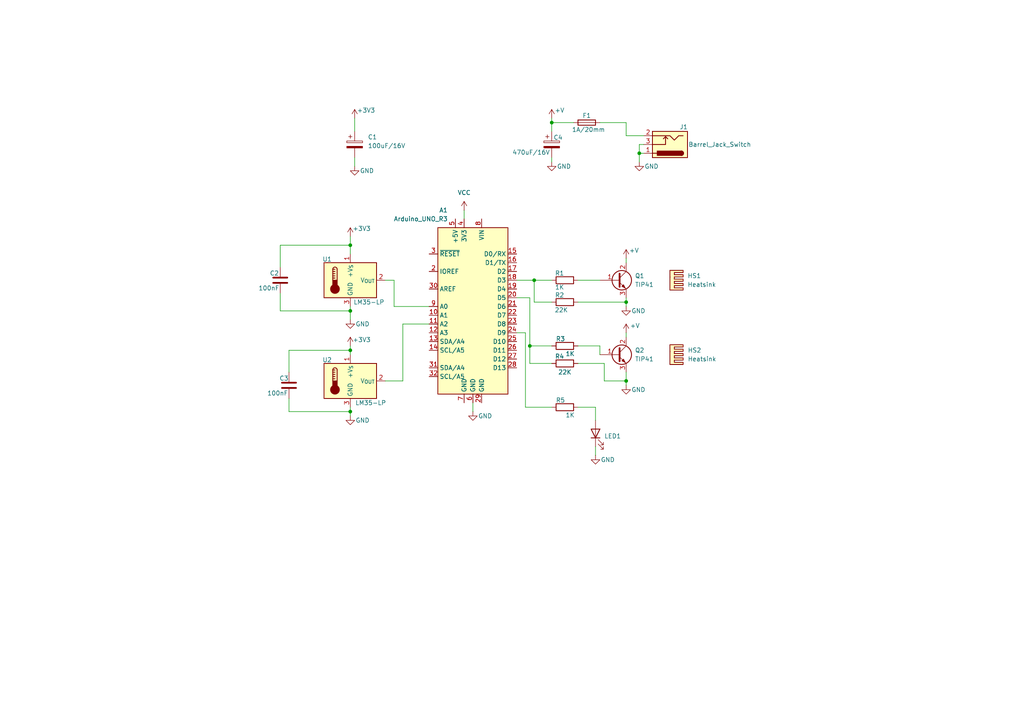
<source format=kicad_sch>
(kicad_sch (version 20231120) (generator "eeschema") (generator_version "8.0")
  (paper "A4")
  (lib_symbols
    (symbol "Connector:Barrel_Jack_Switch" (pin_names hide)
      (property "Reference" "J" (at 0 5.334 0))
      (property "Value" "Barrel_Jack_Switch" (at 0 -5.08 0))
      (symbol "Barrel_Jack_Switch_0_1"
        (rectangle (start -5.08 3.81) (end 5.08 -3.81) (stroke (width 0.254)) (fill (type background)))
        (arc (start -3.302 3.175) (mid -3.9343 2.54) (end -3.302 1.905) (stroke (width 0.254)))
        (arc (start -3.302 3.175) (mid -3.9343 2.54) (end -3.302 1.905) (stroke (width 0.254)) (fill (type outline)))
        (polyline (pts (xy 1.27 -2.286) (xy 1.905 -1.651)) (stroke (width 0.254)))
        (polyline (pts (xy 5.08 2.54) (xy 3.81 2.54)) (stroke (width 0.254)))
        (polyline (pts (xy 5.08 0) (xy 1.27 0) (xy 1.27 -2.286) (xy 0.635 -1.651)) (stroke (width 0.254)))
        (polyline (pts (xy -3.81 -2.54) (xy -2.54 -2.54) (xy -1.27 -1.27) (xy 0 -2.54) (xy 2.54 -2.54) (xy 5.08 -2.54)) (stroke (width 0.254)))
        (rectangle (start 3.683 3.175) (end -3.302 1.905) (stroke (width 0.254)) (fill (type outline)))
      )
      (symbol "Barrel_Jack_Switch_1_1"
        (pin passive line (at 7.62 2.54 180) (length 2.54) (name "~") (number "1"))
        (pin passive line (at 7.62 -2.54 180) (length 2.54) (name "~") (number "2"))
        (pin passive line (at 7.62 0 180) (length 2.54) (name "~") (number "3"))
      )
    )
    (symbol "Device:C" (pin_numbers hide) (pin_names (offset 0.254))
      (property "Reference" "C" (at 0.635 2.54 0))
      (property "Value" "C" (at 0.635 -2.54 0))
      (symbol "C_0_1"
        (polyline (pts (xy -2.032 -0.762) (xy 2.032 -0.762)) (stroke (width 0.508)))
        (polyline (pts (xy -2.032 0.762) (xy 2.032 0.762)) (stroke (width 0.508)))
      )
      (symbol "C_1_1"
        (pin passive line (at 0 3.81 270) (length 2.794) (name "~") (number "1"))
        (pin passive line (at 0 -3.81 90) (length 2.794) (name "~") (number "2"))
      )
    )
    (symbol "Device:C_Polarized" (pin_numbers hide) (pin_names (offset 0.254))
      (property "Reference" "C" (at 0.635 2.54 0))
      (property "Value" "C_Polarized" (at 0.635 -2.54 0))
      (symbol "C_Polarized_0_1"
        (rectangle (start -2.286 0.508) (end 2.286 1.016))
        (polyline (pts (xy -1.778 2.286) (xy -0.762 2.286)))
        (polyline (pts (xy -1.27 2.794) (xy -1.27 1.778)))
        (rectangle (start 2.286 -0.508) (end -2.286 -1.016) (fill (type outline)))
      )
      (symbol "C_Polarized_1_1"
        (pin passive line (at 0 3.81 270) (length 2.794) (name "~") (number "1"))
        (pin passive line (at 0 -3.81 90) (length 2.794) (name "~") (number "2"))
      )
    )
    (symbol "Device:Fuse" (pin_numbers hide) (pin_names (offset 0))
      (property "Reference" "F" (at 2.032 0 90))
      (property "Value" "Fuse" (at -1.905 0 90))
      (symbol "Fuse_0_1"
        (rectangle (start -0.762 -2.54) (end 0.762 2.54) (stroke (width 0.254)))
        (polyline (pts (xy 0 2.54) (xy 0 -2.54)))
      )
      (symbol "Fuse_1_1"
        (pin passive line (at 0 3.81 270) (length 1.27) (name "~") (number "1"))
        (pin passive line (at 0 -3.81 90) (length 1.27) (name "~") (number "2"))
      )
    )
    (symbol "Device:LED" (pin_numbers hide) (pin_names (offset 1.016) hide)
      (property "Reference" "D" (at 0 2.54 0))
      (property "Value" "LED" (at 0 -2.54 0))
      (symbol "LED_0_1"
        (polyline (pts (xy -1.27 -1.27) (xy -1.27 1.27)) (stroke (width 0.254)))
        (polyline (pts (xy -1.27 0) (xy 1.27 0)))
        (polyline (pts (xy 1.27 -1.27) (xy 1.27 1.27) (xy -1.27 0) (xy 1.27 -1.27)) (stroke (width 0.254)))
        (polyline (pts (xy -3.048 -0.762) (xy -4.572 -2.286) (xy -3.81 -2.286) (xy -4.572 -2.286) (xy -4.572 -1.524)))
        (polyline (pts (xy -1.778 -0.762) (xy -3.302 -2.286) (xy -2.54 -2.286) (xy -3.302 -2.286) (xy -3.302 -1.524)))
      )
      (symbol "LED_1_1"
        (pin passive line (at -3.81 0 0) (length 2.54) (name "K") (number "1"))
        (pin passive line (at 3.81 0 180) (length 2.54) (name "A") (number "2"))
      )
    )
    (symbol "Device:R" (pin_numbers hide) (pin_names (offset 0))
      (property "Reference" "R" (at 2.032 0 90))
      (property "Value" "R" (at 0 0 90))
      (symbol "R_0_1"
        (rectangle (start -1.016 -2.54) (end 1.016 2.54) (stroke (width 0.254)))
      )
      (symbol "R_1_1"
        (pin passive line (at 0 3.81 270) (length 1.27) (name "~") (number "1"))
        (pin passive line (at 0 -3.81 90) (length 1.27) (name "~") (number "2"))
      )
    )
    (symbol "MCU_Module:Arduino_UNO_R3"
      (property "Reference" "A" (at -10.16 23.495 0))
      (property "Value" "Arduino_UNO_R3" (at 5.08 -26.67 0))
      (symbol "Arduino_UNO_R3_0_1"
        (rectangle (start -10.16 22.86) (end 10.16 -25.4) (stroke (width 0.254)) (fill (type background)))
      )
      (symbol "Arduino_UNO_R3_1_1"
        (pin no_connect line (at -10.16 -20.32 0) (length 2.54) hide (name "NC") (number "1"))
        (pin bidirectional line (at 12.7 -2.54 180) (length 2.54) (name "A1") (number "10"))
        (pin bidirectional line (at 12.7 -5.08 180) (length 2.54) (name "A2") (number "11"))
        (pin bidirectional line (at 12.7 -7.62 180) (length 2.54) (name "A3") (number "12"))
        (pin bidirectional line (at 12.7 -10.16 180) (length 2.54) (name "SDA/A4") (number "13"))
        (pin bidirectional line (at 12.7 -12.7 180) (length 2.54) (name "SCL/A5") (number "14"))
        (pin bidirectional line (at -12.7 15.24 0) (length 2.54) (name "D0/RX") (number "15"))
        (pin bidirectional line (at -12.7 12.7 0) (length 2.54) (name "D1/TX") (number "16"))
        (pin bidirectional line (at -12.7 10.16 0) (length 2.54) (name "D2") (number "17"))
        (pin bidirectional line (at -12.7 7.62 0) (length 2.54) (name "D3") (number "18"))
        (pin bidirectional line (at -12.7 5.08 0) (length 2.54) (name "D4") (number "19"))
        (pin output line (at 12.7 10.16 180) (length 2.54) (name "IOREF") (number "2"))
        (pin bidirectional line (at -12.7 2.54 0) (length 2.54) (name "D5") (number "20"))
        (pin bidirectional line (at -12.7 0 0) (length 2.54) (name "D6") (number "21"))
        (pin bidirectional line (at -12.7 -2.54 0) (length 2.54) (name "D7") (number "22"))
        (pin bidirectional line (at -12.7 -5.08 0) (length 2.54) (name "D8") (number "23"))
        (pin bidirectional line (at -12.7 -7.62 0) (length 2.54) (name "D9") (number "24"))
        (pin bidirectional line (at -12.7 -10.16 0) (length 2.54) (name "D10") (number "25"))
        (pin bidirectional line (at -12.7 -12.7 0) (length 2.54) (name "D11") (number "26"))
        (pin bidirectional line (at -12.7 -15.24 0) (length 2.54) (name "D12") (number "27"))
        (pin bidirectional line (at -12.7 -17.78 0) (length 2.54) (name "D13") (number "28"))
        (pin power_in line (at -2.54 -27.94 90) (length 2.54) (name "GND") (number "29"))
        (pin input line (at 12.7 15.24 180) (length 2.54) (name "~{RESET}") (number "3"))
        (pin input line (at 12.7 5.08 180) (length 2.54) (name "AREF") (number "30"))
        (pin bidirectional line (at 12.7 -17.78 180) (length 2.54) (name "SDA/A4") (number "31"))
        (pin bidirectional line (at 12.7 -20.32 180) (length 2.54) (name "SCL/A5") (number "32"))
        (pin power_out line (at 2.54 25.4 270) (length 2.54) (name "3V3") (number "4"))
        (pin power_out line (at 5.08 25.4 270) (length 2.54) (name "+5V") (number "5"))
        (pin power_in line (at 0 -27.94 90) (length 2.54) (name "GND") (number "6"))
        (pin power_in line (at 2.54 -27.94 90) (length 2.54) (name "GND") (number "7"))
        (pin power_in line (at -2.54 25.4 270) (length 2.54) (name "VIN") (number "8"))
        (pin bidirectional line (at 12.7 0 180) (length 2.54) (name "A0") (number "9"))
      )
    )
    (symbol "Mechanical:Heatsink" (pin_names (offset 1.016)) (exclude_from_sim yes)
      (property "Reference" "HS" (at 0 5.08 0))
      (property "Value" "Heatsink" (at 0 -1.27 0))
      (symbol "Heatsink_0_1"
        (polyline (pts (xy -0.3302 1.27) (xy -0.9652 1.27) (xy -0.9652 3.81) (xy -1.6002 3.81) (xy -1.6002 1.27) (xy -2.2352 1.27) (xy -2.2352 3.81) (xy -2.8702 3.81) (xy -2.8702 0) (xy -0.9652 0)) (stroke (width 0.254)) (fill (type background)))
        (polyline (pts (xy -0.3302 1.27) (xy -0.3302 3.81) (xy 0.3048 3.81) (xy 0.3048 1.27) (xy 0.9398 1.27) (xy 0.9398 3.81) (xy 1.5748 3.81) (xy 1.5748 1.27) (xy 2.2098 1.27) (xy 2.2098 3.81) (xy 2.8448 3.81) (xy 2.8448 0) (xy -0.9652 0)) (stroke (width 0.254)) (fill (type background)))
      )
    )
    (symbol "Sensor_Temperature:LM35-LP"
      (property "Reference" "U" (at -6.35 6.35 0))
      (property "Value" "LM35-LP" (at 1.27 6.35 0))
      (symbol "LM35-LP_0_1"
        (rectangle (start -7.62 5.08) (end 7.62 -5.08) (stroke (width 0.254)) (fill (type background)))
        (circle (center -4.445 -2.54) (radius 1.27) (stroke (width 0.254)) (fill (type outline)))
        (rectangle (start -3.81 -1.905) (end -5.08 0) (stroke (width 0.254)) (fill (type outline)))
        (arc (start -3.81 3.175) (mid -4.445 3.8073) (end -5.08 3.175) (stroke (width 0.254)))
        (polyline (pts (xy -5.08 0.635) (xy -4.445 0.635)) (stroke (width 0.254)))
        (polyline (pts (xy -5.08 1.27) (xy -4.445 1.27)) (stroke (width 0.254)))
        (polyline (pts (xy -5.08 1.905) (xy -4.445 1.905)) (stroke (width 0.254)))
        (polyline (pts (xy -5.08 2.54) (xy -4.445 2.54)) (stroke (width 0.254)))
        (polyline (pts (xy -5.08 3.175) (xy -5.08 0)) (stroke (width 0.254)))
        (polyline (pts (xy -5.08 3.175) (xy -4.445 3.175)) (stroke (width 0.254)))
        (polyline (pts (xy -3.81 3.175) (xy -3.81 0)) (stroke (width 0.254)))
      )
      (symbol "LM35-LP_1_1"
        (pin power_in line (at 0 7.62 270) (length 2.54) (name "+V_{S}") (number "1"))
        (pin output line (at 10.16 0 180) (length 2.54) (name "V_{OUT}") (number "2"))
        (pin power_in line (at 0 -7.62 90) (length 2.54) (name "GND") (number "3"))
      )
    )
    (symbol "Transistor_BJT:TIP41" (pin_names (offset 0) hide)
      (property "Reference" "Q" (at 6.35 1.905 0))
      (property "Value" "TIP41" (at 6.35 0 0))
      (symbol "TIP41_0_1"
        (polyline (pts (xy 0.635 0.635) (xy 2.54 2.54)))
        (polyline (pts (xy 0.635 -0.635) (xy 2.54 -2.54) (xy 2.54 -2.54)))
        (polyline (pts (xy 0.635 1.905) (xy 0.635 -1.905) (xy 0.635 -1.905)) (stroke (width 0.508)))
        (polyline (pts (xy 1.27 -1.778) (xy 1.778 -1.27) (xy 2.286 -2.286) (xy 1.27 -1.778) (xy 1.27 -1.778)) (fill (type outline)))
        (circle (center 1.27 0) (radius 2.8194) (stroke (width 0.254)))
      )
      (symbol "TIP41_1_1"
        (pin input line (at -5.08 0 0) (length 5.715) (name "B") (number "1"))
        (pin passive line (at 2.54 5.08 270) (length 2.54) (name "C") (number "2"))
        (pin passive line (at 2.54 -5.08 90) (length 2.54) (name "E") (number "3"))
      )
    )
    (symbol "power:GND" (power) (pin_numbers hide) (pin_names (offset 0) hide)
      (property "Value" "GND" (at 0 -3.81 0))
      (symbol "GND_0_1"
        (polyline (pts (xy 0 0) (xy 0 -1.27) (xy 1.27 -1.27) (xy 0 -2.54) (xy -1.27 -1.27) (xy 0 -1.27)))
      )
      (symbol "GND_1_1"
        (pin power_in line (at 0 0 270) (length 0) (name "~") (number "1"))
      )
    )
    (symbol "power:VCC" (power) (pin_numbers hide) (pin_names (offset 0) hide)
      (property "Value" "VCC" (at 0 3.556 0))
      (symbol "VCC_0_1"
        (polyline (pts (xy -0.762 1.27) (xy 0 2.54)))
        (polyline (pts (xy 0 0) (xy 0 2.54)))
        (polyline (pts (xy 0 2.54) (xy 0.762 1.27)))
      )
      (symbol "VCC_1_1"
        (pin power_in line (at 0 0 90) (length 0) (name "~") (number "1"))
      )
    )
  )
  (junction (at 101.6 119.38))
  (junction (at 181.61 110.49))
  (junction (at 154.94 81.28))
  (junction (at 160.02 35.56))
  (junction (at 101.6 101.6))
  (junction (at 153.67 100.33))
  (junction (at 185.42 44.45))
  (junction (at 101.6 90.17))
  (junction (at 101.6 71.12))
  (junction (at 181.61 87.63))
  (wire (pts (xy 181.61 87.63) (xy 181.61 88.9)))
  (wire (pts (xy 134.62 60.96) (xy 134.62 63.5)))
  (wire (pts (xy 167.64 81.28) (xy 173.99 81.28)))
  (wire (pts (xy 152.4 96.52) (xy 152.4 118.11)))
  (wire (pts (xy 101.6 88.9) (xy 101.6 90.17)))
  (wire (pts (xy 181.61 110.49) (xy 181.61 107.95)))
  (wire (pts (xy 83.82 107.95) (xy 83.82 101.6)))
  (wire (pts (xy 116.84 93.98) (xy 116.84 110.49)))
  (wire (pts (xy 175.26 105.41) (xy 175.26 110.49)))
  (wire (pts (xy 181.61 35.56) (xy 181.61 39.37)))
  (wire (pts (xy 153.67 100.33) (xy 153.67 105.41)))
  (wire (pts (xy 167.64 87.63) (xy 181.61 87.63)))
  (wire (pts (xy 181.61 39.37) (xy 186.69 39.37)))
  (wire (pts (xy 149.86 86.36) (xy 153.67 86.36)))
  (wire (pts (xy 160.02 87.63) (xy 154.94 87.63)))
  (wire (pts (xy 167.64 100.33) (xy 173.99 100.33)))
  (wire (pts (xy 101.6 90.17) (xy 101.6 92.71)))
  (wire (pts (xy 181.61 86.36) (xy 181.61 87.63)))
  (wire (pts (xy 149.86 96.52) (xy 152.4 96.52)))
  (wire (pts (xy 172.72 118.11) (xy 172.72 121.92)))
  (wire (pts (xy 83.82 101.6) (xy 101.6 101.6)))
  (wire (pts (xy 154.94 87.63) (xy 154.94 81.28)))
  (wire (pts (xy 186.69 44.45) (xy 185.42 44.45)))
  (wire (pts (xy 160.02 35.56) (xy 166.37 35.56)))
  (wire (pts (xy 101.6 100.33) (xy 101.6 101.6)))
  (wire (pts (xy 149.86 81.28) (xy 154.94 81.28)))
  (wire (pts (xy 81.28 77.47) (xy 81.28 71.12)))
  (wire (pts (xy 175.26 110.49) (xy 181.61 110.49)))
  (wire (pts (xy 101.6 118.11) (xy 101.6 119.38)))
  (wire (pts (xy 167.64 118.11) (xy 172.72 118.11)))
  (wire (pts (xy 101.6 68.58) (xy 101.6 71.12)))
  (wire (pts (xy 173.99 35.56) (xy 181.61 35.56)))
  (wire (pts (xy 181.61 110.49) (xy 181.61 111.76)))
  (wire (pts (xy 124.46 88.9) (xy 114.3 88.9)))
  (wire (pts (xy 101.6 71.12) (xy 101.6 73.66)))
  (wire (pts (xy 173.99 100.33) (xy 173.99 102.87)))
  (wire (pts (xy 83.82 115.57) (xy 83.82 119.38)))
  (wire (pts (xy 160.02 35.56) (xy 160.02 38.1)))
  (wire (pts (xy 160.02 105.41) (xy 153.67 105.41)))
  (wire (pts (xy 167.64 105.41) (xy 175.26 105.41)))
  (wire (pts (xy 81.28 85.09) (xy 81.28 90.17)))
  (wire (pts (xy 153.67 86.36) (xy 153.67 100.33)))
  (wire (pts (xy 137.16 116.84) (xy 137.16 119.38)))
  (wire (pts (xy 101.6 101.6) (xy 101.6 102.87)))
  (wire (pts (xy 185.42 41.91) (xy 185.42 44.45)))
  (wire (pts (xy 116.84 110.49) (xy 111.76 110.49)))
  (wire (pts (xy 83.82 119.38) (xy 101.6 119.38)))
  (wire (pts (xy 186.69 41.91) (xy 185.42 41.91)))
  (wire (pts (xy 102.87 34.29) (xy 102.87 38.1)))
  (wire (pts (xy 160.02 34.29) (xy 160.02 35.56)))
  (wire (pts (xy 102.87 45.72) (xy 102.87 48.26)))
  (wire (pts (xy 154.94 81.28) (xy 160.02 81.28)))
  (wire (pts (xy 81.28 71.12) (xy 101.6 71.12)))
  (wire (pts (xy 114.3 81.28) (xy 111.76 81.28)))
  (wire (pts (xy 114.3 88.9) (xy 114.3 81.28)))
  (wire (pts (xy 81.28 90.17) (xy 101.6 90.17)))
  (wire (pts (xy 152.4 118.11) (xy 160.02 118.11)))
  (wire (pts (xy 153.67 100.33) (xy 160.02 100.33)))
  (wire (pts (xy 181.61 74.93) (xy 181.61 76.2)))
  (wire (pts (xy 185.42 44.45) (xy 185.42 46.99)))
  (wire (pts (xy 160.02 45.72) (xy 160.02 46.99)))
  (wire (pts (xy 172.72 129.54) (xy 172.72 132.08)))
  (wire (pts (xy 181.61 96.52) (xy 181.61 97.79)))
  (wire (pts (xy 101.6 119.38) (xy 101.6 120.65)))
  (wire (pts (xy 124.46 93.98) (xy 116.84 93.98)))
  (symbol (lib_id "power:VCC") (at 101.6 68.58 0) (unit 1)
    (property "Reference" "#PWR08" (effects (hide yes)))
    (property "Value" "+3V3" (at 104.902 66.294 0))
    (property "Description" "Power symbol creates a global label with name \"VCC\"" (effects (hide yes)))
  )
  (symbol (lib_id "power:GND") (at 185.42 46.99 0) (unit 1)
    (property "Reference" "#PWR016" (effects (hide yes)))
    (property "Value" "GND" (at 188.976 48.26 0))
    (property "Description" "Power symbol creates a global label with name \"GND\" , ground" (effects (hide yes)))
  )
  (symbol (lib_id "Mechanical:Heatsink") (at 194.31 81.28 270) (unit 1) (exclude_from_sim yes)
    (property "Reference" "HS1" (at 199.39 79.9972 90) (effects (justify left)))
    (property "Value" "Heatsink" (at 199.39 82.5372 90) (effects (justify left)))
    (property "Footprint" "Heatsink:Heatsink_Stonecold_HS-S02_13.21x9.53mm" (effects (hide yes)))
    (property "Description" "Heatsink" (effects (hide yes)))
  )
  (symbol (lib_id "power:VCC") (at 181.61 74.93 0) (unit 1)
    (property "Reference" "#PWR02" (effects (hide yes)))
    (property "Value" "+V" (at 183.896 72.644 0))
    (property "Description" "Power symbol creates a global label with name \"VCC\"" (effects (hide yes)))
  )
  (symbol (lib_id "power:VCC") (at 160.02 34.29 0) (unit 1)
    (property "Reference" "#PWR015" (effects (hide yes)))
    (property "Value" "+V" (at 162.306 32.004 0))
    (property "Description" "Power symbol creates a global label with name \"VCC\"" (effects (hide yes)))
  )
  (symbol (lib_id "power:GND") (at 102.87 48.26 0) (unit 1)
    (property "Reference" "#PWR013" (effects (hide yes)))
    (property "Value" "GND" (at 106.426 49.53 0))
    (property "Description" "Power symbol creates a global label with name \"GND\" , ground" (effects (hide yes)))
  )
  (symbol (lib_id "power:GND") (at 101.6 120.65 0) (unit 1)
    (property "Reference" "#PWR010" (effects (hide yes)))
    (property "Value" "GND" (at 105.156 121.92 0))
    (property "Description" "Power symbol creates a global label with name \"GND\" , ground" (effects (hide yes)))
  )
  (symbol (lib_id "Device:Fuse") (at 170.18 35.56 90) (unit 1)
    (property "Reference" "F1" (at 170.18 33.528 90))
    (property "Value" "1A/20mm" (at 170.688 37.592 90))
    (property "Footprint" "Fuse:Fuseholder_Clip-5x20mm_Keystone_3517_Inline_P23.11x6.76mm_D1.70mm_Horizontal" (effects (hide yes)))
    (property "Description" "Fuse" (effects (hide yes)))
  )
  (symbol (lib_id "power:GND") (at 160.02 46.99 0) (unit 1)
    (property "Reference" "#PWR014" (effects (hide yes)))
    (property "Value" "GND" (at 163.576 48.26 0))
    (property "Description" "Power symbol creates a global label with name \"GND\" , ground" (effects (hide yes)))
  )
  (symbol (lib_id "Device:C_Polarized") (at 160.02 41.91 0) (unit 1)
    (property "Reference" "C4" (at 160.528 39.878 0) (effects (justify left)))
    (property "Value" "470uF/16V" (at 148.59 44.196 0) (effects (justify left)))
    (property "Footprint" "Capacitor_THT:CP_Radial_D10.0mm_P5.00mm" (effects (hide yes)))
    (property "Description" "Polarized capacitor" (effects (hide yes)))
  )
  (symbol (lib_id "power:VCC") (at 101.6 100.33 0) (unit 1)
    (property "Reference" "#PWR011" (effects (hide yes)))
    (property "Value" "+3V3" (at 104.902 98.552 0))
    (property "Description" "Power symbol creates a global label with name \"VCC\"" (effects (hide yes)))
  )
  (symbol (lib_id "Device:R") (at 163.83 105.41 90) (unit 1)
    (property "Reference" "R4" (at 162.306 103.378 90))
    (property "Value" "22K" (at 163.83 107.95 90))
    (property "Footprint" "Resistor_THT:R_Axial_DIN0207_L6.3mm_D2.5mm_P10.16mm_Horizontal" (effects (hide yes)))
    (property "Description" "Resistor" (effects (hide yes)))
  )
  (symbol (lib_id "Device:C_Polarized") (at 102.87 41.91 0) (unit 1)
    (property "Reference" "C1" (at 106.68 39.7509 0) (effects (justify left)))
    (property "Value" "100uF/16V" (at 106.68 42.2909 0) (effects (justify left)))
    (property "Footprint" "Capacitor_THT:CP_Radial_D10.0mm_P5.00mm" (effects (hide yes)))
    (property "Description" "Polarized capacitor" (effects (hide yes)))
  )
  (symbol (lib_id "Connector:Barrel_Jack_Switch") (at 194.31 41.91 180) (unit 1)
    (property "Reference" "J1" (at 197.104 36.83 0) (effects (justify right)))
    (property "Value" "Barrel_Jack_Switch" (at 199.644 41.91 0) (effects (justify right)))
    (property "Footprint" "Connector_BarrelJack:BarrelJack_Horizontal" (effects (hide yes)))
    (property "Description" "DC Barrel Jack with an internal switch" (effects (hide yes)))
  )
  (symbol (lib_id "power:VCC") (at 181.61 96.52 0) (unit 1)
    (property "Reference" "#PWR03" (effects (hide yes)))
    (property "Value" "+V" (at 184.15 94.488 0))
    (property "Description" "Power symbol creates a global label with name \"VCC\"" (effects (hide yes)))
  )
  (symbol (lib_id "Transistor_BJT:TIP41") (at 179.07 81.28 0) (unit 1)
    (property "Reference" "Q1" (at 184.15 80.0099 0) (effects (justify left)))
    (property "Value" "TIP41" (at 184.15 82.5499 0) (effects (justify left)))
    (property "Footprint" "Package_TO_SOT_THT:TO-220-3_Vertical" (effects (hide yes)))
    (property "Datasheet" "https://www.centralsemi.com/get_document.php?cmp=1&mergetype=pd&mergepath=pd&pdf_id=tip41.PDF" (effects (hide yes)))
    (property "Description" "6A Ic, 40V Vce, Power NPN Transistor, TO-220" (effects (hide yes)))
  )
  (symbol (lib_id "Sensor_Temperature:LM35-LP") (at 101.6 110.49 0) (unit 1)
    (property "Reference" "U2" (at 96.266 104.394 0) (effects (justify right)))
    (property "Value" "LM35-LP" (at 112.014 116.84 0) (effects (justify right)))
    (property "Footprint" "Package_TO_SOT_THT:TO-92_Inline" (effects (hide yes)))
    (property "Datasheet" "http://www.ti.com/lit/ds/symlink/lm35.pdf" (effects (hide yes)))
    (property "Description" "Precision centigrade temperature sensor, TO-92" (effects (hide yes)))
  )
  (symbol (lib_id "Transistor_BJT:TIP41") (at 179.07 102.87 0) (unit 1)
    (property "Reference" "Q2" (at 184.15 101.5999 0) (effects (justify left)))
    (property "Value" "TIP41" (at 184.15 104.1399 0) (effects (justify left)))
    (property "Footprint" "Package_TO_SOT_THT:TO-220-3_Vertical" (effects (hide yes)))
    (property "Datasheet" "https://www.centralsemi.com/get_document.php?cmp=1&mergetype=pd&mergepath=pd&pdf_id=tip41.PDF" (effects (hide yes)))
    (property "Description" "6A Ic, 40V Vce, Power NPN Transistor, TO-220" (effects (hide yes)))
  )
  (symbol (lib_id "Device:LED") (at 172.72 125.73 90) (unit 1)
    (property "Reference" "D1" (effects (hide yes)))
    (property "Value" "LED1" (at 175.26 126.492 90) (effects (justify right)))
    (property "Footprint" "LED_THT:LED_D5.0mm" (effects (hide yes)))
    (property "Description" "Light emitting diode" (effects (hide yes)))
  )
  (symbol (lib_id "power:GND") (at 101.6 92.71 0) (unit 1)
    (property "Reference" "#PWR09" (effects (hide yes)))
    (property "Value" "GND" (at 105.156 93.98 0))
    (property "Description" "Power symbol creates a global label with name \"GND\" , ground" (effects (hide yes)))
  )
  (symbol (lib_id "Device:R") (at 163.83 100.33 90) (unit 1)
    (property "Reference" "R3" (at 162.56 98.298 90))
    (property "Value" "1K" (at 165.354 102.616 90))
    (property "Footprint" "Resistor_THT:R_Axial_DIN0207_L6.3mm_D2.5mm_P10.16mm_Horizontal" (effects (hide yes)))
    (property "Description" "Resistor" (effects (hide yes)))
  )
  (symbol (lib_id "Sensor_Temperature:LM35-LP") (at 101.6 81.28 0) (unit 1)
    (property "Reference" "U1" (at 96.266 75.184 0) (effects (justify right)))
    (property "Value" "LM35-LP" (at 111.506 87.63 0) (effects (justify right)))
    (property "Footprint" "Package_TO_SOT_THT:TO-92_Inline" (effects (hide yes)))
    (property "Datasheet" "http://www.ti.com/lit/ds/symlink/lm35.pdf" (effects (hide yes)))
    (property "Description" "Precision centigrade temperature sensor, TO-92" (effects (hide yes)))
  )
  (symbol (lib_id "power:GND") (at 137.16 119.38 0) (unit 1)
    (property "Reference" "#PWR07" (effects (hide yes)))
    (property "Value" "GND" (at 140.716 120.65 0))
    (property "Description" "Power symbol creates a global label with name \"GND\" , ground" (effects (hide yes)))
  )
  (symbol (lib_id "MCU_Module:Arduino_UNO_R3") (at 137.16 88.9 0) (mirror y) (unit 1)
    (property "Reference" "A1" (at 129.8859 60.96 0) (effects (justify left)))
    (property "Value" "Arduino_UNO_R3" (at 129.8859 63.5 0) (effects (justify left)))
    (property "Footprint" "Module:Arduino_UNO_R3" (effects (hide yes)))
    (property "Datasheet" "https://www.arduino.cc/en/Main/arduinoBoardUno" (effects (hide yes)))
    (property "Description" "Arduino UNO Microcontroller Module, release 3" (effects (hide yes)))
  )
  (symbol (lib_id "Device:R") (at 163.83 87.63 90) (unit 1)
    (property "Reference" "R2" (at 162.306 85.598 90))
    (property "Value" "22K" (at 162.814 89.916 90))
    (property "Footprint" "Resistor_THT:R_Axial_DIN0207_L6.3mm_D2.5mm_P10.16mm_Horizontal" (effects (hide yes)))
    (property "Description" "Resistor" (effects (hide yes)))
  )
  (symbol (lib_id "Device:R") (at 163.83 118.11 90) (unit 1)
    (property "Reference" "R5" (at 162.56 116.078 90))
    (property "Value" "1K" (at 165.354 120.396 90))
    (property "Footprint" "Resistor_THT:R_Axial_DIN0207_L6.3mm_D2.5mm_P10.16mm_Horizontal" (effects (hide yes)))
    (property "Description" "Resistor" (effects (hide yes)))
  )
  (symbol (lib_id "Device:C") (at 83.82 111.76 0) (unit 1)
    (property "Reference" "C3" (at 81.026 109.728 0) (effects (justify left)))
    (property "Value" "100nF" (at 77.47 114.046 0) (effects (justify left)))
    (property "Footprint" "Capacitor_THT:C_Disc_D5.1mm_W3.2mm_P5.00mm" (effects (hide yes)))
    (property "Description" "Unpolarized capacitor" (effects (hide yes)))
  )
  (symbol (lib_id "Device:R") (at 163.83 81.28 90) (unit 1)
    (property "Reference" "R1" (at 162.306 79.248 90))
    (property "Value" "1K" (at 162.306 83.312 90))
    (property "Footprint" "Resistor_THT:R_Axial_DIN0207_L6.3mm_D2.5mm_P10.16mm_Horizontal" (effects (hide yes)))
    (property "Description" "Resistor" (effects (hide yes)))
  )
  (symbol (lib_id "power:VCC") (at 134.62 60.96 0) (unit 1)
    (property "Reference" "#PWR06" (effects (hide yes)))
    (property "Value" "VCC" (at 134.62 55.88 0))
    (property "Description" "Power symbol creates a global label with name \"VCC\"" (effects (hide yes)))
  )
  (symbol (lib_id "power:GND") (at 181.61 111.76 0) (unit 1)
    (property "Reference" "#PWR04" (effects (hide yes)))
    (property "Value" "GND" (at 185.166 113.03 0))
    (property "Description" "Power symbol creates a global label with name \"GND\" , ground" (effects (hide yes)))
  )
  (symbol (lib_id "Mechanical:Heatsink") (at 194.31 102.87 270) (unit 1) (exclude_from_sim yes)
    (property "Reference" "HS2" (at 199.4524 101.5872 90) (effects (justify left)))
    (property "Value" "Heatsink" (at 199.4524 104.1272 90) (effects (justify left)))
    (property "Footprint" "Heatsink:Heatsink_Stonecold_HS-S02_13.21x9.53mm" (effects (hide yes)))
    (property "Description" "Heatsink" (effects (hide yes)))
  )
  (symbol (lib_id "Device:C") (at 81.28 81.28 0) (unit 1)
    (property "Reference" "C2" (at 78.232 79.248 0) (effects (justify left)))
    (property "Value" "100nF" (at 74.93 83.566 0) (effects (justify left)))
    (property "Footprint" "Capacitor_THT:C_Disc_D5.1mm_W3.2mm_P5.00mm" (effects (hide yes)))
    (property "Description" "Unpolarized capacitor" (effects (hide yes)))
  )
  (symbol (lib_id "power:GND") (at 181.61 88.9 0) (unit 1)
    (property "Reference" "#PWR01" (effects (hide yes)))
    (property "Value" "GND" (at 185.166 90.17 0))
    (property "Description" "Power symbol creates a global label with name \"GND\" , ground" (effects (hide yes)))
  )
  (symbol (lib_id "power:GND") (at 172.72 132.08 0) (unit 1)
    (property "Reference" "#PWR05" (effects (hide yes)))
    (property "Value" "GND" (at 176.276 133.35 0))
    (property "Description" "Power symbol creates a global label with name \"GND\" , ground" (effects (hide yes)))
  )
  (symbol (lib_id "power:VCC") (at 102.87 34.29 0) (unit 1)
    (property "Reference" "#PWR012" (effects (hide yes)))
    (property "Value" "+3V3" (at 106.172 32.004 0))
    (property "Description" "Power symbol creates a global label with name \"VCC\"" (effects (hide yes)))
  )
)
</source>
